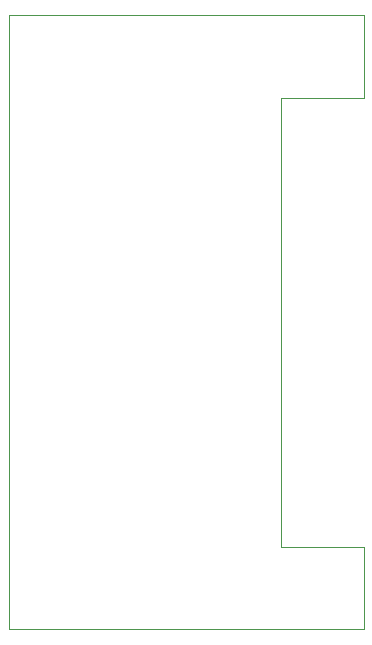
<source format=gbr>
%TF.GenerationSoftware,KiCad,Pcbnew,9.0.5*%
%TF.CreationDate,2025-10-31T15:32:29+05:30*%
%TF.ProjectId,Breadboard-PCB,42726561-6462-46f6-9172-642d5043422e,rev?*%
%TF.SameCoordinates,Original*%
%TF.FileFunction,Profile,NP*%
%FSLAX46Y46*%
G04 Gerber Fmt 4.6, Leading zero omitted, Abs format (unit mm)*
G04 Created by KiCad (PCBNEW 9.0.5) date 2025-10-31 15:32:29*
%MOMM*%
%LPD*%
G01*
G04 APERTURE LIST*
%TA.AperFunction,Profile*%
%ADD10C,0.050000*%
%TD*%
G04 APERTURE END LIST*
D10*
X93000000Y-116900000D02*
X93000000Y-64900000D01*
X123000000Y-116900000D02*
X93000000Y-116900000D01*
X123000000Y-109900000D02*
X123000000Y-116900000D01*
X116000000Y-109900000D02*
X123000000Y-109900000D01*
X116000000Y-71900000D02*
X116000000Y-109900000D01*
X123000000Y-71900000D02*
X116000000Y-71900000D01*
X123000000Y-64900000D02*
X123000000Y-71900000D01*
X93000000Y-64900000D02*
X123000000Y-64900000D01*
M02*

</source>
